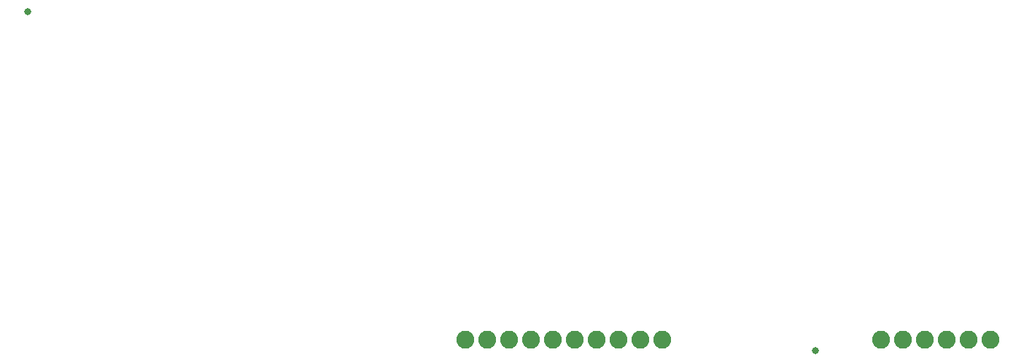
<source format=gbs>
G75*
%MOIN*%
%OFA0B0*%
%FSLAX25Y25*%
%IPPOS*%
%LPD*%
%AMOC8*
5,1,8,0,0,1.08239X$1,22.5*
%
%ADD10C,0.08200*%
%ADD11C,0.03300*%
D10*
X0608333Y0018333D03*
X0618333Y0018333D03*
X0628333Y0018333D03*
X0638333Y0018333D03*
X0648333Y0018333D03*
X0658333Y0018333D03*
X0668333Y0018333D03*
X0678333Y0018333D03*
X0688333Y0018333D03*
X0698333Y0018333D03*
X0798333Y0018333D03*
X0808333Y0018333D03*
X0818333Y0018333D03*
X0828333Y0018333D03*
X0838333Y0018333D03*
X0848333Y0018333D03*
D11*
X0768333Y0013333D03*
X0408333Y0168333D03*
M02*

</source>
